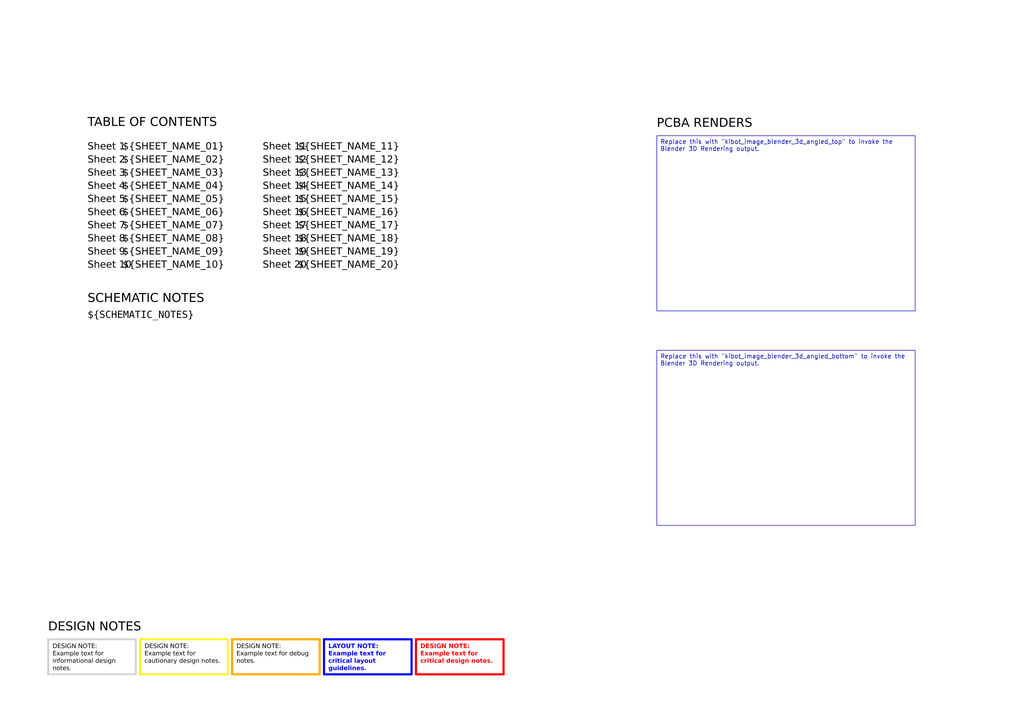
<source format=kicad_sch>
(kicad_sch
	(version 20250114)
	(generator "eeschema")
	(generator_version "9.0")
	(uuid "8bfb0b6c-9e3a-4761-bc1e-4eb40915aa0b")
	(paper "A4")
	(title_block
		(title "Title Page")
		(date "${RELEASE_DATE}")
		(rev "${REVISION}")
		(company "${COMPANY}")
	)
	(lib_symbols)
	(text "${SHEET_NAME_11}"
		(exclude_from_sim no)
		(at 86.36 44.45 0)
		(effects
			(font
				(face "Arial Narrow")
				(size 2.032 2.032)
				(color 0 0 0 1)
			)
			(justify left bottom)
			(href "#11")
		)
		(uuid "07b17941-5203-45fd-9bf5-869029f2918b")
	)
	(text "Sheet 20"
		(exclude_from_sim no)
		(at 76.2 78.74 0)
		(effects
			(font
				(face "Arial Narrow")
				(size 2.032 2.032)
				(color 0 0 0 1)
			)
			(justify left bottom)
			(href "#20")
		)
		(uuid "14b92651-4c98-49cc-b701-061efd650be6")
	)
	(text "${SHEET_NAME_10}"
		(exclude_from_sim no)
		(at 35.56 78.74 0)
		(effects
			(font
				(face "Arial Narrow")
				(size 2.032 2.032)
				(color 0 0 0 1)
			)
			(justify left bottom)
			(href "#10")
		)
		(uuid "16a2336d-90de-4e2f-93d8-21e2703f0a5e")
	)
	(text "Sheet 4"
		(exclude_from_sim no)
		(at 25.4 55.88 0)
		(effects
			(font
				(face "Arial Narrow")
				(size 2.032 2.032)
				(color 0 0 0 1)
			)
			(justify left bottom)
			(href "#4")
		)
		(uuid "1a1df999-6f42-488d-9515-537e1d9ec823")
	)
	(text "DESIGN NOTES"
		(exclude_from_sim no)
		(at 13.97 184.15 0)
		(effects
			(font
				(face "Arial Narrow")
				(size 2.54 2.54)
				(color 0 0 0 1)
			)
			(justify left bottom)
		)
		(uuid "1d4a31e9-3e9d-49f9-ab05-35cee528d5af")
	)
	(text "Sheet 18"
		(exclude_from_sim no)
		(at 76.2 71.12 0)
		(effects
			(font
				(face "Arial Narrow")
				(size 2.032 2.032)
				(color 0 0 0 1)
			)
			(justify left bottom)
			(href "#18")
		)
		(uuid "22d7f7b5-df2c-4cdd-8b4a-5b989d21376c")
	)
	(text "${SHEET_NAME_18}"
		(exclude_from_sim no)
		(at 86.36 71.12 0)
		(effects
			(font
				(face "Arial Narrow")
				(size 2.032 2.032)
				(color 0 0 0 1)
			)
			(justify left bottom)
			(href "#18")
		)
		(uuid "25659fbe-5282-4a29-815e-3ef2e27bcd58")
	)
	(text "${SHEET_NAME_08}"
		(exclude_from_sim no)
		(at 35.56 71.12 0)
		(effects
			(font
				(face "Arial Narrow")
				(size 2.032 2.032)
				(color 0 0 0 1)
			)
			(justify left bottom)
			(href "#8")
		)
		(uuid "2bf644fa-1f52-4c60-863e-29b18d4919ec")
	)
	(text "${SHEET_NAME_17}"
		(exclude_from_sim no)
		(at 86.36 67.31 0)
		(effects
			(font
				(face "Arial Narrow")
				(size 2.032 2.032)
				(color 0 0 0 1)
			)
			(justify left bottom)
			(href "#17")
		)
		(uuid "34d21295-3fbb-4e3d-97b2-14e1ffce8dd2")
	)
	(text "Sheet 19"
		(exclude_from_sim no)
		(at 76.2 74.93 0)
		(effects
			(font
				(face "Arial Narrow")
				(size 2.032 2.032)
				(color 0 0 0 1)
			)
			(justify left bottom)
			(href "#19")
		)
		(uuid "4787629f-351c-47c8-840d-4ba3fdfe9b9a")
	)
	(text "Sheet 16"
		(exclude_from_sim no)
		(at 76.2 63.5 0)
		(effects
			(font
				(face "Arial Narrow")
				(size 2.032 2.032)
				(color 0 0 0 1)
			)
			(justify left bottom)
			(href "#16")
		)
		(uuid "4d9bda3e-709f-4d72-9628-687c72e84a07")
	)
	(text "${SHEET_NAME_14}"
		(exclude_from_sim no)
		(at 86.36 55.88 0)
		(effects
			(font
				(face "Arial Narrow")
				(size 2.032 2.032)
				(color 0 0 0 1)
			)
			(justify left bottom)
			(href "#14")
		)
		(uuid "5daeb444-87e9-4c99-984f-34b2d16949ee")
	)
	(text "TABLE OF CONTENTS"
		(exclude_from_sim no)
		(at 25.4 37.846 0)
		(effects
			(font
				(face "Arial Narrow")
				(size 2.54 2.54)
				(color 0 0 0 1)
			)
			(justify left bottom)
		)
		(uuid "64e82ea8-c833-47b2-952c-20433a984005")
	)
	(text "Sheet 11"
		(exclude_from_sim no)
		(at 76.2 44.45 0)
		(effects
			(font
				(face "Arial Narrow")
				(size 2.032 2.032)
				(color 0 0 0 1)
			)
			(justify left bottom)
			(href "#11")
		)
		(uuid "69ffe358-203f-447c-bb7a-dfd8b5952bb2")
	)
	(text "SCHEMATIC NOTES"
		(exclude_from_sim no)
		(at 25.4 88.9 0)
		(effects
			(font
				(face "Arial Narrow")
				(size 2.54 2.54)
				(color 0 0 0 1)
			)
			(justify left bottom)
		)
		(uuid "6b4c1c9c-5583-4506-a856-7585e964a9aa")
	)
	(text "Sheet 9"
		(exclude_from_sim no)
		(at 25.4 74.93 0)
		(effects
			(font
				(face "Arial Narrow")
				(size 2.032 2.032)
				(color 0 0 0 1)
			)
			(justify left bottom)
			(href "#9")
		)
		(uuid "6caf5434-4a54-43a2-ba2e-6f2d9dc3d48c")
	)
	(text "${SHEET_NAME_05}"
		(exclude_from_sim no)
		(at 35.56 59.69 0)
		(effects
			(font
				(face "Arial Narrow")
				(size 2.032 2.032)
				(color 0 0 0 1)
			)
			(justify left bottom)
			(href "#5")
		)
		(uuid "771adef3-abde-471a-b781-f095d5eb34c9")
	)
	(text "${SHEET_NAME_15}"
		(exclude_from_sim no)
		(at 86.36 59.69 0)
		(effects
			(font
				(face "Arial Narrow")
				(size 2.032 2.032)
				(color 0 0 0 1)
			)
			(justify left bottom)
			(href "#15")
		)
		(uuid "788e141e-7d17-49b0-9da0-ef00b74f2c7d")
	)
	(text "${SHEET_NAME_20}"
		(exclude_from_sim no)
		(at 86.36 78.74 0)
		(effects
			(font
				(face "Arial Narrow")
				(size 2.032 2.032)
				(color 0 0 0 1)
			)
			(justify left bottom)
			(href "#20")
		)
		(uuid "7fca47ab-c5ff-471a-9cc1-7c585b8ebb88")
	)
	(text "Sheet 17"
		(exclude_from_sim no)
		(at 76.2 67.31 0)
		(effects
			(font
				(face "Arial Narrow")
				(size 2.032 2.032)
				(color 0 0 0 1)
			)
			(justify left bottom)
			(href "#17")
		)
		(uuid "8142fe45-a43b-47f1-bd73-436da691ebb3")
	)
	(text "${SHEET_NAME_12}"
		(exclude_from_sim no)
		(at 86.36 48.26 0)
		(effects
			(font
				(face "Arial Narrow")
				(size 2.032 2.032)
				(color 0 0 0 1)
			)
			(justify left bottom)
			(href "#12")
		)
		(uuid "82c1cb62-b337-4c34-abc1-d317a89265b1")
	)
	(text "${SHEET_NAME_02}"
		(exclude_from_sim no)
		(at 35.56 48.26 0)
		(effects
			(font
				(face "Arial Narrow")
				(size 2.032 2.032)
				(color 0 0 0 1)
			)
			(justify left bottom)
			(href "#2")
		)
		(uuid "848876e8-0ba0-4894-9878-40959698a72e")
	)
	(text "${SHEET_NAME_13}"
		(exclude_from_sim no)
		(at 86.36 52.07 0)
		(effects
			(font
				(face "Arial Narrow")
				(size 2.032 2.032)
				(color 0 0 0 1)
			)
			(justify left bottom)
			(href "#13")
		)
		(uuid "857f2374-4c93-4669-8525-a7317b1686c6")
	)
	(text "${SHEET_NAME_04}"
		(exclude_from_sim no)
		(at 35.56 55.88 0)
		(effects
			(font
				(face "Arial Narrow")
				(size 2.032 2.032)
				(color 0 0 0 1)
			)
			(justify left bottom)
			(href "#4")
		)
		(uuid "8db3ec72-d092-4102-a408-0032fcd7d392")
	)
	(text "Sheet 3"
		(exclude_from_sim no)
		(at 25.4 52.07 0)
		(effects
			(font
				(face "Arial Narrow")
				(size 2.032 2.032)
				(color 0 0 0 1)
			)
			(justify left bottom)
			(href "#3")
		)
		(uuid "9312db9f-86cf-46f5-a5d1-9cc6a82364a9")
	)
	(text "Sheet 8"
		(exclude_from_sim no)
		(at 25.4 71.12 0)
		(effects
			(font
				(face "Arial Narrow")
				(size 2.032 2.032)
				(color 0 0 0 1)
			)
			(justify left bottom)
			(href "#8")
		)
		(uuid "9fb2f352-41fa-4938-9dd5-8313ea8f61da")
	)
	(text "${SHEET_NAME_16}"
		(exclude_from_sim no)
		(at 86.36 63.5 0)
		(effects
			(font
				(face "Arial Narrow")
				(size 2.032 2.032)
				(color 0 0 0 1)
			)
			(justify left bottom)
			(href "#16")
		)
		(uuid "a020e46d-8225-4e01-bb22-f18e0b2294b1")
	)
	(text "Sheet 10"
		(exclude_from_sim no)
		(at 25.4 78.74 0)
		(effects
			(font
				(face "Arial Narrow")
				(size 2.032 2.032)
				(color 0 0 0 1)
			)
			(justify left bottom)
			(href "#10")
		)
		(uuid "a4b2c8fb-8ce6-4c96-8e0c-ac777ef0bf65")
	)
	(text "Sheet 13"
		(exclude_from_sim no)
		(at 76.2 52.07 0)
		(effects
			(font
				(face "Arial Narrow")
				(size 2.032 2.032)
				(color 0 0 0 1)
			)
			(justify left bottom)
			(href "#13")
		)
		(uuid "b7f57fe6-a570-4b9d-8437-17c782ced604")
	)
	(text "Sheet 12"
		(exclude_from_sim no)
		(at 76.2 48.26 0)
		(effects
			(font
				(face "Arial Narrow")
				(size 2.032 2.032)
				(color 0 0 0 1)
			)
			(justify left bottom)
			(href "#12")
		)
		(uuid "b9321e4f-7dfa-4600-9dd7-c7ced232f433")
	)
	(text "${SHEET_NAME_01}"
		(exclude_from_sim no)
		(at 35.56 44.45 0)
		(effects
			(font
				(face "Arial Narrow")
				(size 2.032 2.032)
				(color 0 0 0 1)
			)
			(justify left bottom)
			(href "#1")
		)
		(uuid "c4fe9a96-20bc-4df3-8d76-4ccf5c21d47c")
	)
	(text "${SHEET_NAME_19}"
		(exclude_from_sim no)
		(at 86.36 74.93 0)
		(effects
			(font
				(face "Arial Narrow")
				(size 2.032 2.032)
				(color 0 0 0 1)
			)
			(justify left bottom)
			(href "#19")
		)
		(uuid "c6a94c62-f060-4037-84c7-29538e6dd3f1")
	)
	(text "Sheet 5"
		(exclude_from_sim no)
		(at 25.4 59.69 0)
		(effects
			(font
				(face "Arial Narrow")
				(size 2.032 2.032)
				(color 0 0 0 1)
			)
			(justify left bottom)
			(href "#5")
		)
		(uuid "c7bd7eba-ff68-43dd-bb8c-04c1fbc87c75")
	)
	(text "Sheet 14"
		(exclude_from_sim no)
		(at 76.2 55.88 0)
		(effects
			(font
				(face "Arial Narrow")
				(size 2.032 2.032)
				(color 0 0 0 1)
			)
			(justify left bottom)
			(href "#14")
		)
		(uuid "cd1581af-43a2-4cd2-bf9a-455991f26447")
	)
	(text "${SHEET_NAME_03}"
		(exclude_from_sim no)
		(at 35.56 52.07 0)
		(effects
			(font
				(face "Arial Narrow")
				(size 2.032 2.032)
				(color 0 0 0 1)
			)
			(justify left bottom)
			(href "#3")
		)
		(uuid "d10cf4e6-afe0-43c1-97c0-c5acca355fbe")
	)
	(text "${SHEET_NAME_09}"
		(exclude_from_sim no)
		(at 35.56 74.93 0)
		(effects
			(font
				(face "Arial Narrow")
				(size 2.032 2.032)
				(color 0 0 0 1)
			)
			(justify left bottom)
			(href "#9")
		)
		(uuid "d3790e5a-7038-4264-8273-f5956b92270a")
	)
	(text "PCBA RENDERS"
		(exclude_from_sim no)
		(at 190.5 38.1 0)
		(effects
			(font
				(face "Arial Narrow")
				(size 2.54 2.54)
				(color 0 0 0 1)
			)
			(justify left bottom)
		)
		(uuid "dc47b26e-b684-4cdc-9da4-1d2f6961c536")
	)
	(text "Sheet 7"
		(exclude_from_sim no)
		(at 25.4 67.31 0)
		(effects
			(font
				(face "Arial Narrow")
				(size 2.032 2.032)
				(color 0 0 0 1)
			)
			(justify left bottom)
			(href "#7")
		)
		(uuid "e03f3108-e6c3-4dbc-8263-8eec0b861390")
	)
	(text "Sheet 2"
		(exclude_from_sim no)
		(at 25.4 48.26 0)
		(effects
			(font
				(face "Arial Narrow")
				(size 2.032 2.032)
				(color 0 0 0 1)
			)
			(justify left bottom)
			(href "#2")
		)
		(uuid "e5f9b89b-997c-4b41-87eb-506c6f57ff2a")
	)
	(text "${SHEET_NAME_06}"
		(exclude_from_sim no)
		(at 35.56 63.5 0)
		(effects
			(font
				(face "Arial Narrow")
				(size 2.032 2.032)
				(color 0 0 0 1)
			)
			(justify left bottom)
			(href "#6")
		)
		(uuid "e8343913-ebb3-4168-b13e-0b5990f1b749")
	)
	(text "Sheet 1"
		(exclude_from_sim no)
		(at 25.4 44.45 0)
		(effects
			(font
				(face "Arial Narrow")
				(size 2.032 2.032)
				(color 0 0 0 1)
			)
			(justify left bottom)
			(href "#1")
		)
		(uuid "e838d875-06da-4fe1-92a6-f67318693045")
	)
	(text "Sheet 15"
		(exclude_from_sim no)
		(at 76.2 59.69 0)
		(effects
			(font
				(face "Arial Narrow")
				(size 2.032 2.032)
				(color 0 0 0 1)
			)
			(justify left bottom)
			(href "#15")
		)
		(uuid "ea3886dc-5d3c-4468-855f-a2cb6b276128")
	)
	(text "Sheet 6"
		(exclude_from_sim no)
		(at 25.4 63.5 0)
		(effects
			(font
				(face "Arial Narrow")
				(size 2.032 2.032)
				(color 0 0 0 1)
			)
			(justify left bottom)
			(href "#6")
		)
		(uuid "f94e26f5-5181-4526-932c-fef33ad3dbf5")
	)
	(text "${SHEET_NAME_07}"
		(exclude_from_sim no)
		(at 35.56 67.31 0)
		(effects
			(font
				(face "Arial Narrow")
				(size 2.032 2.032)
				(color 0 0 0 1)
			)
			(justify left bottom)
			(href "#7")
		)
		(uuid "fd9fe035-5933-4166-bdf5-daf42a1a401a")
	)
	(text_box "Replace this with \"kibot_image_blender_3d_angled_top\" to invoke the Blender 3D Rendering output."
		(exclude_from_sim no)
		(at 190.5 39.37 0)
		(size 74.93 50.8)
		(margins 0.9525 0.9525 0.9525 0.9525)
		(stroke
			(width 0)
			(type solid)
		)
		(fill
			(type none)
		)
		(effects
			(font
				(size 1.27 1.27)
			)
			(justify left top)
		)
		(uuid "5767a21c-ea5b-42e0-9141-921c37492c0d")
	)
	(text_box "DESIGN NOTE:\nExample text for debug notes."
		(exclude_from_sim no)
		(at 67.31 185.42 0)
		(size 25.4 10.16)
		(margins 1.27 1.27 1.27 1.27)
		(stroke
			(width 0.635)
			(type solid)
			(color 255 165 0 1)
		)
		(fill
			(type none)
		)
		(effects
			(font
				(face "Arial")
				(size 1.27 1.27)
				(color 0 0 0 1)
			)
			(justify left top)
		)
		(uuid "7804ab3d-3354-43de-a859-68cd8b155d7d")
	)
	(text_box "${SCHEMATIC_NOTES}"
		(exclude_from_sim no)
		(at 25.4 90.17 0)
		(size 101.6 74.93)
		(margins 0 0 0 0)
		(stroke
			(width -0.0001)
			(type solid)
		)
		(fill
			(type none)
		)
		(effects
			(font
				(face "Inconsolata")
				(size 2.032 2.032)
				(thickness 0.254)
				(color 0 0 0 1)
			)
			(justify left top)
		)
		(uuid "7adab115-8568-4a73-9aed-e42ca8b4873b")
	)
	(text_box "DESIGN NOTE:\nExample text for critical design notes."
		(exclude_from_sim no)
		(at 120.65 185.42 0)
		(size 25.4 10.16)
		(margins 1.27 1.27 1.27 1.27)
		(stroke
			(width 0.635)
			(type solid)
			(color 255 0 0 1)
		)
		(fill
			(type none)
		)
		(effects
			(font
				(face "Arial")
				(size 1.27 1.27)
				(thickness 0.4)
				(bold yes)
				(color 255 0 0 1)
			)
			(justify left top)
		)
		(uuid "93934827-2fe7-456a-aaa9-350926ccc3cf")
	)
	(text_box "DESIGN NOTE:\nExample text for cautionary design notes."
		(exclude_from_sim no)
		(at 40.64 185.42 0)
		(size 25.4 10.16)
		(margins 1.27 1.27 1.27 1.27)
		(stroke
			(width 0.508)
			(type solid)
			(color 250 236 0 1)
		)
		(fill
			(type none)
		)
		(effects
			(font
				(face "Arial")
				(size 1.27 1.27)
				(color 0 0 0 1)
			)
			(justify left top)
		)
		(uuid "b25ebab3-7089-45e6-b13e-efd73a0ad216")
	)
	(text_box "Replace this with \"kibot_image_blender_3d_angled_bottom\" to invoke the Blender 3D Rendering output."
		(exclude_from_sim no)
		(at 190.5 101.6 0)
		(size 74.93 50.8)
		(margins 0.9525 0.9525 0.9525 0.9525)
		(stroke
			(width 0)
			(type solid)
		)
		(fill
			(type none)
		)
		(effects
			(font
				(size 1.27 1.27)
			)
			(justify left top)
		)
		(uuid "b9b2a7ca-498c-4ac1-9922-a80432e07c54")
	)
	(text_box "DESIGN NOTE:\nExample text for informational design notes."
		(exclude_from_sim no)
		(at 13.97 185.42 0)
		(size 25.4 10.16)
		(margins 1.27 1.27 1.27 1.27)
		(stroke
			(width 0.508)
			(type solid)
			(color 200 200 200 1)
		)
		(fill
			(type none)
		)
		(effects
			(font
				(face "Arial")
				(size 1.27 1.27)
				(color 0 0 0 1)
			)
			(justify left top)
		)
		(uuid "da2d92ef-76df-4dc4-be35-0543aefd4b3d")
	)
	(text_box "LAYOUT NOTE:\nExample text for critical layout guidelines."
		(exclude_from_sim no)
		(at 93.98 185.42 0)
		(size 25.4 10.16)
		(margins 1.27 1.27 1.27 1.27)
		(stroke
			(width 0.635)
			(type solid)
			(color 0 0 255 1)
		)
		(fill
			(type none)
		)
		(effects
			(font
				(face "Arial")
				(size 1.27 1.27)
				(thickness 0.4)
				(bold yes)
				(color 0 0 255 1)
			)
			(justify left top)
		)
		(uuid "e540faed-aec1-4b43-a76c-3bd1fdf6daac")
	)
	(sheet
		(at 364.49 307.34)
		(size 27.94 7.62)
		(exclude_from_sim no)
		(in_bom yes)
		(on_board yes)
		(dnp no)
		(fields_autoplaced yes)
		(stroke
			(width 0.1524)
			(type solid)
		)
		(fill
			(color 0 0 0 0.0000)
		)
		(uuid "20edd200-9383-4d87-bd58-f882adb4f112")
		(property "Sheetname" "Parts List"
			(at 364.49 306.6284 0)
			(effects
				(font
					(size 1.27 1.27)
				)
				(justify left bottom)
			)
		)
		(property "Sheetfile" "sheets/Parts_List.kicad_sch"
			(at 364.49 315.5446 0)
			(effects
				(font
					(size 1.27 1.27)
				)
				(justify left top)
			)
		)
		(instances
			(project "Test_5"
				(path "/8bfb0b6c-9e3a-4761-bc1e-4eb40915aa0b"
					(page "7")
				)
			)
		)
	)
	(sheet
		(at 280.67 307.34)
		(size 27.94 7.62)
		(exclude_from_sim no)
		(in_bom yes)
		(on_board yes)
		(dnp no)
		(fields_autoplaced yes)
		(stroke
			(width 0.1524)
			(type solid)
		)
		(fill
			(color 0 0 0 0.0000)
		)
		(uuid "28ad8293-baaf-4ee1-8056-ad34096542a0")
		(property "Sheetname" "Block Diagram"
			(at 280.67 306.6284 0)
			(effects
				(font
					(size 1.27 1.27)
				)
				(justify left bottom)
			)
		)
		(property "Sheetfile" "sheets/Block_Diagram.kicad_sch"
			(at 280.67 315.5446 0)
			(effects
				(font
					(size 1.27 1.27)
				)
				(justify left top)
			)
		)
		(instances
			(project "Test_5"
				(path "/8bfb0b6c-9e3a-4761-bc1e-4eb40915aa0b"
					(page "2")
				)
			)
		)
	)
	(sheet
		(at 322.58 307.34)
		(size 27.94 7.62)
		(exclude_from_sim no)
		(in_bom yes)
		(on_board yes)
		(dnp no)
		(fields_autoplaced yes)
		(stroke
			(width 0.1524)
			(type solid)
		)
		(fill
			(color 0 0 0 0.0000)
		)
		(uuid "f6afef58-d841-4ad6-baf9-746b0a35f011")
		(property "Sheetname" "Project Architecture"
			(at 322.58 306.6284 0)
			(effects
				(font
					(size 1.27 1.27)
				)
				(justify left bottom)
			)
		)
		(property "Sheetfile" "sheets/Architecture.kicad_sch"
			(at 322.58 315.5446 0)
			(effects
				(font
					(size 1.27 1.27)
				)
				(justify left top)
			)
		)
		(instances
			(project "Test_5"
				(path "/8bfb0b6c-9e3a-4761-bc1e-4eb40915aa0b"
					(page "3")
				)
			)
		)
	)
	(sheet_instances
		(path "/"
			(page "1")
		)
	)
	(embedded_fonts no)
	(embedded_files
		(file
			(name "Asymworks_SCH.kicad_wks")
			(type worksheet)
			(data |KLUv/WDBHEUnAGZwkyfwsOgB+FDFmiD3lqIi+C74plZ6LHe96wNcyhfCWNApSrPAM1BuoSGIAIQA
				igA1929yYyzFxVc/ne1zOPeCgdn7XnN1cue2N8a+O9c8No1ok7QzvnL2PP2cy+bLY87N+Vo6N280
				FbvXtmrwxbFy5rEB+ZrrTcZUi7cVG5Dt9WfULF98fjgcAB2K/Jlr9LEefHPFvIV1nsY3X/jtax4O
				gIHovQfdedtbM/wVDwdANmFhYa5LnXgEkWuxn7t88RWCB0FZqFRUpCcLVEU5TJT4JgRFslEqaRSb
				fBJ6Dl+7O9dc5O10vq0SgsfRfBYdbNRl8zefa/TJJjHGGPiz/UtjZGrOKCSk95MwXLazWCzuwYfD
				3sxr6Z3dzvOezhefLVk6KL2dxLjAF1vz9Z3H+C2+l4y1a/dMXC5m6cdykUqKWBUKYZNdkc4VwfmM
				HhuVEGtqqCrKTYhXpEplTZU0SSYKhd5mvnLVn12PPcVfNEkkg4pG+th1gWZsUaRMDhZEMqASnHZ8
				M5ozwglfgxsBnbm9EaAh4DCCGuwJ8/+moi2CpslCxIPeYIwVBopiUE0QaE5/Hd3xxe5FOgotLsbX
				pLGrYunpv1yZAANUPnefzjXotcdG/dmFxnzWACEpUJiqSqLO+ZsgUNUUwdfi82c1NfsozuZgtDdf
				6062KMaovUlSoSoQatFzrdDIG+QOncoHTcpUoNAwsRAeIA5dcxm1uEGZGCSGOe2tWa14CoTfwqGY
				tMZWiwtDoITazKgV55r0Y/UggqDmnlSQJpOEOogYVFaBGKCBsUKoSEYKCpJkmAPxCDGMUOmY9b9Y
				BGh7r2hMnqK242fOaqINra6qJ0D6qdcqw+/0Sw7Xkhc4osYQvBojsdtEp3BzzCETEbaXTtfv+la7
				dHleONlTKomTqlljV9NFR+2VYLbIjHkhZOxmbSAssUToJCjLELGifUFwagqUXd4roKxn4RnWHYoO
				jnvJgSRGYuN0rBmWYHD8vjYHZ+MCIRBgCtq/cKobeWmeaFZUwncirtp9fcI6oKWiCReDrD9NZgzh
				v9HvScdIL/WXJoYPsw0vs4GI7elhFx1+yw7kQ2S6et5Ga3dITIQnF3I+eQT/TqJijMMOmqctfPAz
				JY9TxooS+WLnSRqfZGAu8JyqECfQqQB21HVL9iTZOR3iMkeHOR2edUgNyJOnLTfUA5vOKPeRGiKP
				v4RwCn3gOpUQ+Kj3uCQIRAxaBuyG5jW19sb4UIlFDNMAzjeyxnKivKIPN6mHFw1U4gT5tdrBCQJS
				K8P5KOi3KbN4VBBrnm8dwezosxvArI6BCaRhSRwDDYwphFIYqnQzeOcSKK+LXLdDCRygJN8q1K0D
				DpHhXWq7YSYSR6sSj9c8edkmFkLHGgo2wIq1Qo0HxIg0wB5Ad9L2UIAY2Qdu3IkT0qsi35+ItQPE
				XENBk3NSANPYlndRZG30mlMKN6zJ13IYj7iWQ2G6/kZH35sWw8x1IoEbFr4kn/qNwSNBDQL0DBNc
				QUwsSBxPn6D0QaAkHOCUqRm/Yh6aLI0g/omcqRzFv047+yLJla/2tdW/vHBZDbJ8okLNIenWJlZE
				OBAX4RVCU5EXA427n3lEKTd8YXtfFB6jZr4ktMh4Bfwd6BpHua5DdNvEevjDVHR9jKP5qnFyV5PR
				iO6N7/FVNzEbH0YV|
			)
			(checksum "B1BB6376E1D9DA80DB045BB70219177D")
		)
	)
)

</source>
